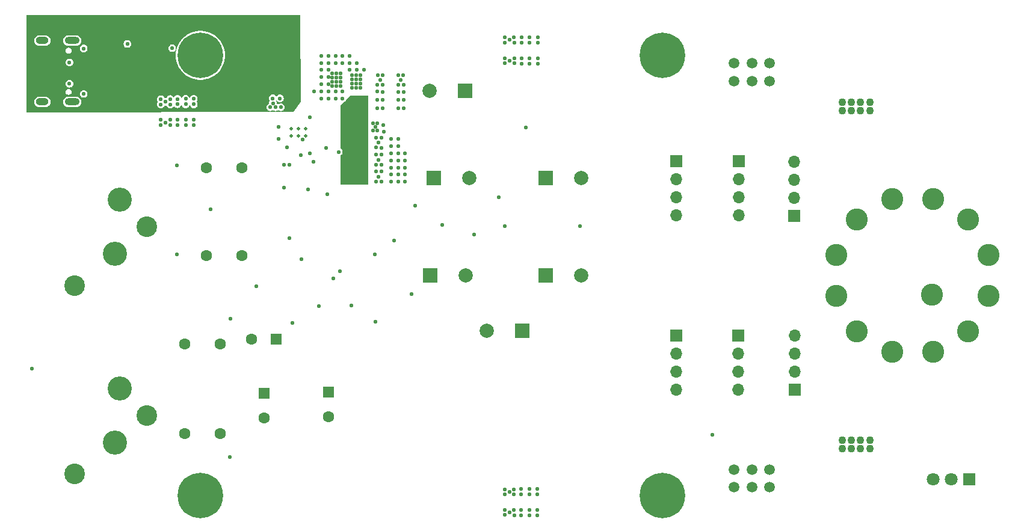
<source format=gbr>
%TF.GenerationSoftware,KiCad,Pcbnew,8.0.1*%
%TF.CreationDate,2024-11-27T15:43:16-06:00*%
%TF.ProjectId,XAmplifier,58416d70-6c69-4666-9965-722e6b696361,rev?*%
%TF.SameCoordinates,Original*%
%TF.FileFunction,Copper,L3,Inr*%
%TF.FilePolarity,Positive*%
%FSLAX46Y46*%
G04 Gerber Fmt 4.6, Leading zero omitted, Abs format (unit mm)*
G04 Created by KiCad (PCBNEW 8.0.1) date 2024-11-27 15:43:16*
%MOMM*%
%LPD*%
G01*
G04 APERTURE LIST*
%TA.AperFunction,ComponentPad*%
%ADD10C,2.000000*%
%TD*%
%TA.AperFunction,ComponentPad*%
%ADD11R,2.000000X2.000000*%
%TD*%
%TA.AperFunction,ComponentPad*%
%ADD12C,1.600000*%
%TD*%
%TA.AperFunction,ComponentPad*%
%ADD13R,1.600000X1.600000*%
%TD*%
%TA.AperFunction,ComponentPad*%
%ADD14C,1.498600*%
%TD*%
%TA.AperFunction,ComponentPad*%
%ADD15C,6.400000*%
%TD*%
%TA.AperFunction,ComponentPad*%
%ADD16C,1.800000*%
%TD*%
%TA.AperFunction,ComponentPad*%
%ADD17R,1.800000X1.800000*%
%TD*%
%TA.AperFunction,ComponentPad*%
%ADD18C,3.098800*%
%TD*%
%TA.AperFunction,ComponentPad*%
%ADD19O,1.800000X1.000000*%
%TD*%
%TA.AperFunction,ComponentPad*%
%ADD20O,2.100000X1.000000*%
%TD*%
%TA.AperFunction,ComponentPad*%
%ADD21C,2.900000*%
%TD*%
%TA.AperFunction,ComponentPad*%
%ADD22C,3.400000*%
%TD*%
%TA.AperFunction,HeatsinkPad*%
%ADD23C,0.500000*%
%TD*%
%TA.AperFunction,ComponentPad*%
%ADD24R,1.700000X1.700000*%
%TD*%
%TA.AperFunction,ComponentPad*%
%ADD25O,1.700000X1.700000*%
%TD*%
%TA.AperFunction,ViaPad*%
%ADD26C,0.564200*%
%TD*%
%TA.AperFunction,ViaPad*%
%ADD27C,1.100000*%
%TD*%
G04 APERTURE END LIST*
D10*
%TO.N,Net-(D413-A)*%
%TO.C,C412*%
X140000000Y-108000000D03*
D11*
%TO.N,/Amplifier/RG1*%
X145000000Y-108000000D03*
%TD*%
%TO.N,/Phantom Power Management/+48V_FLT*%
%TO.C,C401*%
X132502323Y-86500000D03*
D10*
%TO.N,/Phantom Power Management/+48V_FLT_N*%
X137502323Y-86500000D03*
%TD*%
%TO.N,GND*%
%TO.C,C403*%
X131897677Y-74190000D03*
D11*
%TO.N,/Phantom Power Management/+48V_PH_SW*%
X136897677Y-74190000D03*
%TD*%
%TO.N,/Phantom Power Management/+35V_AMP_G*%
%TO.C,C406*%
X148252323Y-100210000D03*
D10*
%TO.N,GND*%
X153252323Y-100210000D03*
%TD*%
D12*
%TO.N,/Amplifier/AMP_OUT_FLT-*%
%TO.C,C414*%
X108680000Y-120250000D03*
D13*
%TO.N,/Amplifier/AMP_OUT-*%
X108680000Y-116750000D03*
%TD*%
D14*
%TO.N,/Input Gating/+48V_PH*%
%TO.C,SW400*%
X174802509Y-127548923D03*
%TO.N,/Phantom Power Management/+48V_PH_SW*%
X177291709Y-127548923D03*
%TO.N,Net-(SW400B-A)*%
X179780909Y-127548923D03*
%TO.N,/Phantom Power Management/+48V_PH_SW_R*%
X174802509Y-130038123D03*
%TO.N,/Phantom Power Management/+48V_PH_R*%
X177291709Y-130038123D03*
%TO.N,unconnected-(SW400A-A-Pad1)*%
X179780909Y-130038123D03*
%TD*%
D12*
%TO.N,/Hardware & IO Connectors/XLR In+*%
%TO.C,C407*%
X100500000Y-85000000D03*
%TO.N,/Input Gating/In+_R*%
X105500000Y-85000000D03*
%TD*%
D15*
%TO.N,Earth*%
%TO.C,MH402*%
X99680000Y-131200000D03*
%TD*%
%TO.N,Earth*%
%TO.C,MH400*%
X99680000Y-69200000D03*
%TD*%
D16*
%TO.N,/Phantom Power Management/PH_LED_GR_R*%
%TO.C,D404*%
X202800000Y-128860000D03*
%TO.N,/Phantom Power Management/GND_R*%
X205340000Y-128860000D03*
D17*
%TO.N,/Phantom Power Management/PH_LED_RED_R*%
X207880000Y-128860000D03*
%TD*%
D18*
%TO.N,/Amplifier/RG2_R*%
%TO.C,SW403*%
X202605418Y-102909437D03*
%TO.N,Net-(R421-Pad1)*%
X210603878Y-97308737D03*
%TO.N,Net-(R420-Pad1)*%
X207731138Y-92332877D03*
%TO.N,Net-(R419-Pad1)*%
X202755278Y-89460137D03*
%TO.N,Net-(R418-Pad1)*%
X197004718Y-89460137D03*
%TO.N,Net-(R417-Pad1)*%
X192028858Y-92332877D03*
%TO.N,Net-(R416-Pad1)*%
X189156118Y-97308737D03*
%TO.N,Net-(R415-Pad1)*%
X189156118Y-103059297D03*
%TO.N,Net-(R414-Pad1)*%
X192028858Y-108035157D03*
%TO.N,Net-(R413-Pad1)*%
X197004718Y-110907897D03*
%TO.N,Net-(R412-Pad1)*%
X202755278Y-110907897D03*
%TO.N,Net-(R411-Pad1)*%
X207731138Y-108035157D03*
%TO.N,Net-(R411-Pad2)*%
X210603878Y-103059297D03*
%TD*%
D10*
%TO.N,GND*%
%TO.C,C402*%
X153252323Y-86500000D03*
D11*
%TO.N,/Phantom Power Management/+48V_PH_G*%
X148252323Y-86500000D03*
%TD*%
D12*
%TO.N,/Hardware & IO Connectors/XLR In-*%
%TO.C,C408*%
X100500000Y-97400000D03*
%TO.N,/Input Gating/In-_R*%
X105500000Y-97400000D03*
%TD*%
%TO.N,/Amplifier/AMP_OUT_FLT+*%
%TO.C,C413*%
X117680000Y-120097349D03*
D13*
%TO.N,/Amplifier/AMP_OUT+*%
X117680000Y-116597349D03*
%TD*%
D12*
%TO.N,/Amplifier/Line Out+*%
%TO.C,C416*%
X97460000Y-109830000D03*
%TO.N,GND*%
X102460000Y-109830000D03*
%TD*%
D19*
%TO.N,Earth*%
%TO.C,J409*%
X77435000Y-75770000D03*
D20*
X81635000Y-75770000D03*
D19*
X77435000Y-67130000D03*
D20*
X81635000Y-67130000D03*
%TD*%
D14*
%TO.N,unconnected-(SW404A-A-Pad1)*%
%TO.C,SW404*%
X179768785Y-72839200D03*
%TO.N,GND1*%
X177279585Y-72839200D03*
%TO.N,/Hardware & IO Connectors/USB_CC_SW*%
X174790385Y-72839200D03*
%TO.N,/Hardware & IO Connectors/USB_PWR*%
X179768785Y-70350000D03*
%TO.N,/Hardware & IO Connectors/USB_SW*%
X177279585Y-70350000D03*
%TO.N,GND1*%
X174790385Y-70350000D03*
%TD*%
D15*
%TO.N,Earth*%
%TO.C,MH401*%
X164680000Y-69200000D03*
%TD*%
D21*
%TO.N,Earth*%
%TO.C,J406*%
X81960000Y-128140000D03*
%TO.N,/Amplifier/Line Out-*%
X92130000Y-119890000D03*
D22*
%TO.N,/Amplifier/Line Out+*%
X88315000Y-116080000D03*
%TO.N,GND*%
X87680000Y-123700000D03*
%TD*%
D15*
%TO.N,Earth*%
%TO.C,MH403*%
X164680000Y-131200000D03*
%TD*%
D12*
%TO.N,/Amplifier/Line Out-*%
%TO.C,C415*%
X97485000Y-122430000D03*
%TO.N,GND*%
X102485000Y-122430000D03*
%TD*%
D23*
%TO.N,GND1*%
%TO.C,U401*%
X114481101Y-79512999D03*
X113481101Y-79512999D03*
X112481101Y-79512999D03*
X114481101Y-80512999D03*
X113481101Y-80512999D03*
X112481101Y-80512999D03*
%TD*%
D21*
%TO.N,Earth*%
%TO.C,J407*%
X81960000Y-101600000D03*
%TO.N,/Hardware & IO Connectors/XLR In-*%
X92130000Y-93350000D03*
D22*
%TO.N,/Hardware & IO Connectors/XLR In+*%
X88315000Y-89540000D03*
%TO.N,GND*%
X87680000Y-97160000D03*
%TD*%
D11*
%TO.N,/Amplifier/+35V_AMP*%
%TO.C,C404*%
X132000000Y-100210000D03*
D10*
%TO.N,GND*%
X137000000Y-100210000D03*
%TD*%
D12*
%TO.N,GND*%
%TO.C,C417*%
X106832651Y-109160000D03*
D13*
%TO.N,/Amplifier/AMP_OUT-*%
X110332651Y-109160000D03*
%TD*%
D24*
%TO.N,/Amplifier/RG2*%
%TO.C,J405*%
X175477804Y-84101463D03*
D25*
X175477804Y-86641463D03*
%TO.N,/Amplifier/RG1*%
X175477804Y-89181463D03*
X175477804Y-91721463D03*
%TD*%
%TO.N,/Amplifier/RG1*%
%TO.C,J403*%
X166680000Y-91720000D03*
X166680000Y-89180000D03*
%TO.N,/Amplifier/RG2*%
X166680000Y-86640000D03*
D24*
X166680000Y-84100000D03*
%TD*%
%TO.N,/Phantom Power Management/PH_LED_GR*%
%TO.C,J401*%
X175380000Y-108700000D03*
D25*
%TO.N,GND*%
X175380000Y-111240000D03*
X175380000Y-113780000D03*
%TO.N,/Phantom Power Management/PH_LED_RED*%
X175380000Y-116320000D03*
%TD*%
D24*
%TO.N,/Phantom Power Management/PH_LED_GR*%
%TO.C,J400*%
X166680000Y-108700000D03*
D25*
%TO.N,GND*%
X166680000Y-111240000D03*
X166680000Y-113780000D03*
%TO.N,/Phantom Power Management/PH_LED_RED*%
X166680000Y-116320000D03*
%TD*%
%TO.N,/Amplifier/RG2_R*%
%TO.C,J404*%
X183280000Y-108680000D03*
X183280000Y-111220000D03*
%TO.N,/Amplifier/RG1_R*%
X183280000Y-113760000D03*
D24*
X183280000Y-116300000D03*
%TD*%
D25*
%TO.N,/Phantom Power Management/PH_LED_RED_R*%
%TO.C,J402*%
X183278435Y-84220112D03*
%TO.N,/Phantom Power Management/GND_R*%
X183278435Y-86760112D03*
X183278435Y-89300112D03*
D24*
%TO.N,/Phantom Power Management/PH_LED_GR_R*%
X183278435Y-91840112D03*
%TD*%
D26*
%TO.N,/48V Regulator/+48V_SW*%
X119680000Y-75268000D03*
X118680000Y-75268000D03*
X119680000Y-74268000D03*
X118680000Y-74268000D03*
X117680000Y-71268000D03*
X117680000Y-72268000D03*
X117680000Y-73268000D03*
X117680000Y-74268000D03*
X117680000Y-75268000D03*
X116680000Y-75268000D03*
X116680000Y-74268000D03*
X116680000Y-73268000D03*
X116680000Y-72268000D03*
X116680000Y-71268000D03*
X119680000Y-70268000D03*
X118680000Y-70268000D03*
X117680000Y-70268000D03*
X116680000Y-70268000D03*
X116680000Y-69268000D03*
X117680000Y-69268000D03*
X118680000Y-69268000D03*
X119680000Y-69268000D03*
X120680000Y-69268000D03*
X120680000Y-70268000D03*
X121680000Y-70268000D03*
X121680000Y-71268000D03*
X120680000Y-71268000D03*
X122680000Y-71268000D03*
X119430000Y-71718000D03*
X119430000Y-72918000D03*
X118230000Y-72318000D03*
X118830000Y-72318000D03*
X118230000Y-71718000D03*
X118230000Y-72918000D03*
X118830000Y-71718000D03*
X118830000Y-72918000D03*
X118230000Y-73518000D03*
X118830000Y-73518000D03*
X119430000Y-72318000D03*
X119430000Y-73518000D03*
X122180000Y-71968000D03*
X122180000Y-73168000D03*
X120980000Y-72568000D03*
X121580000Y-72568000D03*
X120980000Y-71968000D03*
X120980000Y-73168000D03*
X121580000Y-71968000D03*
X121580000Y-73168000D03*
X120980000Y-73768000D03*
X121580000Y-73768000D03*
X122180000Y-72568000D03*
X122180000Y-73768000D03*
%TO.N,+48V*%
X122180000Y-75968000D03*
X122180000Y-77168000D03*
X120980000Y-76568000D03*
X121580000Y-76568000D03*
X120980000Y-75968000D03*
X120980000Y-77168000D03*
X121580000Y-75968000D03*
X121580000Y-77168000D03*
X120980000Y-77768000D03*
X121580000Y-77768000D03*
X122180000Y-76568000D03*
X122180000Y-77768000D03*
%TO.N,GND1*%
X109880000Y-75950000D03*
X110870000Y-75270000D03*
X109860000Y-75274274D03*
%TO.N,+5V_USB*%
X110500000Y-71500000D03*
X109500000Y-71500000D03*
X111500000Y-71500000D03*
X111000000Y-72200000D03*
X110000000Y-72200000D03*
%TO.N,GND1*%
X112200000Y-94950000D03*
%TO.N,/Hardware & IO Connectors/USB_CC_R*%
X111400000Y-87800000D03*
%TO.N,GND1*%
X119150000Y-82800000D03*
X115680000Y-74268000D03*
%TO.N,/48V Regulator/+48V_SNS*%
X115100000Y-77950000D03*
%TO.N,/48V Regulator/+48V_G_R*%
X117368500Y-82206500D03*
D27*
%TO.N,*%
X193880000Y-76984000D03*
X192580000Y-123384000D03*
X189980000Y-123384000D03*
X191280000Y-123384000D03*
X191280000Y-124584000D03*
X193880000Y-75784000D03*
X192580000Y-75784000D03*
X189980000Y-124584000D03*
X192580000Y-124584000D03*
X192580000Y-76984000D03*
X193880000Y-124584000D03*
X189980000Y-76984000D03*
X189980000Y-75784000D03*
X191280000Y-75784000D03*
X191280000Y-76984000D03*
X193880000Y-123384000D03*
D26*
%TO.N,GND*%
X107550000Y-101700000D03*
X145988293Y-130250051D03*
X147145636Y-69603099D03*
X143841974Y-70318078D03*
X112614167Y-106867295D03*
X143167826Y-130674749D03*
X127871604Y-72680000D03*
X127528775Y-76636408D03*
X147119117Y-130255168D03*
X128250251Y-73319606D03*
X145988293Y-131017578D03*
X143817666Y-131032929D03*
X101092314Y-90894703D03*
X103870624Y-106316043D03*
X142501359Y-69591485D03*
X117564006Y-88801930D03*
X128296302Y-75500467D03*
X153130000Y-93240000D03*
X143176783Y-69959899D03*
X146014812Y-70365509D03*
X126895000Y-95275000D03*
X124200000Y-97275000D03*
X142491126Y-70302727D03*
X144858404Y-69618449D03*
X133687274Y-93073473D03*
X127513424Y-71989226D03*
X128240017Y-71989226D03*
X128291185Y-76631291D03*
X127539008Y-74338942D03*
X116350000Y-104550000D03*
X127513424Y-73329840D03*
X142477052Y-130306336D03*
X144826768Y-131007345D03*
X127528775Y-75500467D03*
X143807432Y-130296102D03*
X103800000Y-125800000D03*
X142477052Y-131032929D03*
X144831885Y-130270518D03*
X144853287Y-70355276D03*
X128275835Y-74344059D03*
X147150753Y-70365509D03*
X118379836Y-100645918D03*
X147124234Y-131017578D03*
X143831740Y-69591485D03*
X129886646Y-90401865D03*
X146014812Y-69597982D03*
%TO.N,+48V*%
X122600000Y-78800000D03*
X120000000Y-86500000D03*
X122200000Y-83200000D03*
X120972754Y-81519274D03*
X121400000Y-82200000D03*
X121000000Y-79500000D03*
X122200000Y-80800000D03*
X120000000Y-80500000D03*
X121795326Y-86272964D03*
X120972754Y-82744274D03*
X122600000Y-79800000D03*
X121790209Y-81519411D03*
X121400000Y-87000000D03*
X121000000Y-78500000D03*
X120000000Y-79500000D03*
X120000000Y-81500000D03*
X120000000Y-82500000D03*
X121000000Y-86500000D03*
X120972754Y-83894274D03*
X121400000Y-83200000D03*
X120000000Y-78500000D03*
X122200000Y-87000000D03*
X122200000Y-85600000D03*
X122307010Y-79308932D03*
X122000000Y-78800000D03*
X121779975Y-83939681D03*
X122000000Y-79800000D03*
X121000000Y-80500000D03*
X120000000Y-83500000D03*
X120000000Y-84500000D03*
X120000000Y-85500000D03*
X121400000Y-84600000D03*
X122200000Y-84600000D03*
X121000000Y-85500000D03*
X122200000Y-82200000D03*
%TO.N,/Phantom Power Management/+35V_AMP_G*%
X141690000Y-89160000D03*
X142542500Y-93250000D03*
%TO.N,/Phantom Power Management/+48V_PH_SW*%
X145517500Y-79382500D03*
X114850000Y-88100000D03*
%TO.N,+5V_USB*%
X109800000Y-73000000D03*
X90562371Y-71849283D03*
X112500000Y-69500000D03*
X90943271Y-72569298D03*
X109800000Y-73600000D03*
X90255000Y-72545000D03*
X112475060Y-72394076D03*
X112500000Y-70500000D03*
X113000000Y-72000000D03*
X110500000Y-69500000D03*
X112000000Y-73600000D03*
X113000000Y-76500000D03*
X110500000Y-70500000D03*
X112000000Y-74500000D03*
X112000000Y-72000000D03*
X112493695Y-73186075D03*
X109500000Y-69500000D03*
X111500000Y-69500000D03*
X111500000Y-70500000D03*
X113000000Y-72800000D03*
X109860000Y-74314274D03*
X91250000Y-73250000D03*
X110883460Y-74315084D03*
X91388534Y-71836860D03*
X91647250Y-72569677D03*
X110800000Y-73000000D03*
X113000000Y-74500000D03*
X112000000Y-76500000D03*
X112500000Y-71500000D03*
X113000000Y-73600000D03*
X110800000Y-73600000D03*
X112000000Y-72800000D03*
X109500000Y-70500000D03*
X112000000Y-75500000D03*
X113000000Y-75500000D03*
X90500000Y-73250000D03*
%TO.N,/48V Regulator/+48V_VCC*%
X110697754Y-79284274D03*
%TO.N,/48V Regulator/+48V_ITH*%
X111856101Y-82162999D03*
%TO.N,/Input Gating/+48V_PH*%
X96400000Y-84737500D03*
X113900000Y-97870000D03*
X96400000Y-97262500D03*
X171750000Y-122600000D03*
%TO.N,/Amplifier/+35V_AMP*%
X119289688Y-99600000D03*
X120930000Y-104400000D03*
%TO.N,/Amplifier/RG2*%
X129400000Y-102800000D03*
X138200000Y-94450000D03*
X124295000Y-106725000D03*
%TO.N,/Hardware & IO Connectors/USB_CC1*%
X81250000Y-70200000D03*
%TO.N,/Hardware & IO Connectors/USB_CC2*%
X81250000Y-73200000D03*
%TO.N,/48V Regulator/+48V_SS*%
X113800000Y-83300000D03*
%TO.N,GND1*%
X94098993Y-76116576D03*
X124365067Y-82203985D03*
X126500000Y-85000000D03*
X83250000Y-68250000D03*
X98741058Y-75338815D03*
X125323413Y-71999459D03*
X109500000Y-76500000D03*
X124365067Y-86967772D03*
X111000000Y-76500000D03*
X126500000Y-87000000D03*
X125127478Y-86962655D03*
X94098993Y-75389983D03*
X125323413Y-73329840D03*
X126500000Y-82000000D03*
X124292348Y-79303815D03*
X128500000Y-87000000D03*
X110250000Y-76500000D03*
X124954999Y-72674883D03*
X124769298Y-81513211D03*
X127500000Y-83000000D03*
X124576353Y-76626174D03*
X124753948Y-83902779D03*
X98746175Y-76101225D03*
X124375301Y-84588437D03*
X112200000Y-84600000D03*
X95429373Y-75379749D03*
X124596820Y-73340074D03*
X125132595Y-83206888D03*
X95439607Y-76116576D03*
X128500000Y-83000000D03*
X128500000Y-84000000D03*
X96448709Y-76090992D03*
X128500000Y-85000000D03*
X96453826Y-75354165D03*
X126500000Y-81000000D03*
X124375301Y-83196654D03*
X126500000Y-86000000D03*
X128500000Y-86000000D03*
X124000000Y-78800000D03*
X95695000Y-68195000D03*
X124370184Y-80822436D03*
X114103965Y-81096283D03*
X124000000Y-79800000D03*
X124738597Y-86282114D03*
X125323413Y-74333825D03*
X125122361Y-84588437D03*
X97610234Y-76101225D03*
X124612171Y-71989226D03*
X127500000Y-86000000D03*
X124576353Y-75490233D03*
X115600000Y-84200000D03*
X94789767Y-75758396D03*
X83248892Y-74631436D03*
X97610234Y-75333698D03*
X125425000Y-79000000D03*
X124370184Y-85570872D03*
X127500000Y-81000000D03*
X125343880Y-75490233D03*
X124586586Y-74328708D03*
X89400000Y-67600000D03*
X125500000Y-80000000D03*
X127500000Y-84000000D03*
X126500000Y-84000000D03*
X126500000Y-83000000D03*
X124600000Y-79800000D03*
X127500000Y-85000000D03*
X125122361Y-85565755D03*
X115100000Y-83050000D03*
X127500000Y-82000000D03*
X111400000Y-84600000D03*
X124600000Y-78800000D03*
X125338763Y-76621057D03*
X127500000Y-87000000D03*
X125132595Y-80827553D03*
X125127478Y-82214219D03*
X110682402Y-80972978D03*
%TO.N,Earth*%
X147114000Y-133970000D03*
X94784650Y-78675001D03*
X97600000Y-79053647D03*
X75973338Y-113319234D03*
X143821506Y-66664647D03*
X146025046Y-67413087D03*
X98730824Y-78291237D03*
X96443592Y-78306587D03*
X96438475Y-79043414D03*
X95449841Y-79033180D03*
X98735941Y-79053647D03*
X142491126Y-66674881D03*
X146025046Y-66645560D03*
X94109226Y-78306587D03*
X147155870Y-66650677D03*
X143162709Y-133591354D03*
X143827900Y-133949533D03*
X95439607Y-78306587D03*
X147108883Y-133207590D03*
X145978059Y-133970000D03*
X143181900Y-67043294D03*
X144863521Y-67402854D03*
X94098993Y-79017829D03*
X144868638Y-66666027D03*
X142487285Y-133222940D03*
X144821651Y-133222940D03*
X142491126Y-67401474D03*
X142477052Y-133934182D03*
X145978059Y-133202473D03*
X144816534Y-133959767D03*
X97600000Y-78286120D03*
X147160987Y-67413087D03*
X143817666Y-133222940D03*
X143831740Y-67401474D03*
%TD*%
%TA.AperFunction,Conductor*%
%TO.N,+48V*%
G36*
X123254302Y-74912726D02*
G01*
X123272754Y-74957274D01*
X123272754Y-87381274D01*
X123254302Y-87425822D01*
X123209754Y-87444274D01*
X119460754Y-87444274D01*
X119416206Y-87425822D01*
X119397754Y-87381274D01*
X119397754Y-83317328D01*
X119416206Y-83272780D01*
X119422394Y-83267353D01*
X119532707Y-83182707D01*
X119618719Y-83070615D01*
X119648875Y-82997810D01*
X119672787Y-82940085D01*
X119672787Y-82940083D01*
X119672788Y-82940081D01*
X119691230Y-82800000D01*
X119672788Y-82659919D01*
X119672787Y-82659916D01*
X119672787Y-82659914D01*
X119618719Y-82529386D01*
X119618718Y-82529384D01*
X119532709Y-82417296D01*
X119532707Y-82417293D01*
X119463657Y-82364308D01*
X119422401Y-82332651D01*
X119398293Y-82290892D01*
X119397754Y-82282670D01*
X119397754Y-76270369D01*
X119416205Y-76225822D01*
X119864416Y-75777611D01*
X119884844Y-75763962D01*
X119950615Y-75736719D01*
X120062707Y-75650707D01*
X120148719Y-75538615D01*
X120175962Y-75472844D01*
X120189611Y-75452416D01*
X120729302Y-74912726D01*
X120773850Y-74894274D01*
X123209754Y-74894274D01*
X123254302Y-74912726D01*
G37*
%TD.AperFunction*%
%TD*%
%TA.AperFunction,Conductor*%
%TO.N,+5V_USB*%
G36*
X113674343Y-63516807D02*
G01*
X113692649Y-63560452D01*
X113799827Y-75709908D01*
X113789012Y-75745604D01*
X112818592Y-77172658D01*
X112778603Y-77198909D01*
X112766934Y-77200013D01*
X75253439Y-77214976D01*
X75209237Y-77196688D01*
X75190914Y-77152502D01*
X75191636Y-75844312D01*
X76280500Y-75844312D01*
X76309494Y-75990078D01*
X76366371Y-76127390D01*
X76366372Y-76127393D01*
X76448940Y-76250965D01*
X76554034Y-76356059D01*
X76677606Y-76438627D01*
X76677608Y-76438627D01*
X76677610Y-76438629D01*
X76814920Y-76495505D01*
X76960688Y-76524500D01*
X77909312Y-76524500D01*
X78055080Y-76495505D01*
X78192390Y-76438629D01*
X78315966Y-76356059D01*
X78421059Y-76250966D01*
X78503629Y-76127390D01*
X78560505Y-75990080D01*
X78589500Y-75844312D01*
X80330500Y-75844312D01*
X80359494Y-75990078D01*
X80416371Y-76127390D01*
X80416372Y-76127393D01*
X80498940Y-76250965D01*
X80604034Y-76356059D01*
X80727606Y-76438627D01*
X80727608Y-76438627D01*
X80727610Y-76438629D01*
X80864920Y-76495505D01*
X81010688Y-76524500D01*
X82259312Y-76524500D01*
X82405080Y-76495505D01*
X82542390Y-76438629D01*
X82665966Y-76356059D01*
X82771059Y-76250966D01*
X82853629Y-76127390D01*
X82858108Y-76116577D01*
X93557763Y-76116577D01*
X93576203Y-76256650D01*
X93576206Y-76256660D01*
X93623914Y-76371838D01*
X93630274Y-76387191D01*
X93716286Y-76499283D01*
X93828378Y-76585295D01*
X93958912Y-76639364D01*
X93958916Y-76639364D01*
X93958918Y-76639365D01*
X94098991Y-76657806D01*
X94098993Y-76657806D01*
X94098995Y-76657806D01*
X94239067Y-76639365D01*
X94239067Y-76639364D01*
X94239074Y-76639364D01*
X94369608Y-76585295D01*
X94481700Y-76499283D01*
X94567712Y-76387191D01*
X94595236Y-76320739D01*
X94629061Y-76286915D01*
X94661137Y-76282692D01*
X94789765Y-76299626D01*
X94789767Y-76299626D01*
X94789768Y-76299626D01*
X94799657Y-76298323D01*
X94879579Y-76287801D01*
X94925783Y-76300181D01*
X94945478Y-76325848D01*
X94970885Y-76387186D01*
X94970886Y-76387187D01*
X94970888Y-76387191D01*
X95056900Y-76499283D01*
X95168992Y-76585295D01*
X95299526Y-76639364D01*
X95299530Y-76639364D01*
X95299532Y-76639365D01*
X95439605Y-76657806D01*
X95439607Y-76657806D01*
X95439609Y-76657806D01*
X95579681Y-76639365D01*
X95579681Y-76639364D01*
X95579688Y-76639364D01*
X95710222Y-76585295D01*
X95822314Y-76499283D01*
X95904389Y-76392321D01*
X95945815Y-76368404D01*
X95992020Y-76380784D01*
X96003557Y-76392321D01*
X96065999Y-76473696D01*
X96066000Y-76473697D01*
X96066002Y-76473699D01*
X96178094Y-76559711D01*
X96308628Y-76613780D01*
X96308632Y-76613780D01*
X96308634Y-76613781D01*
X96448707Y-76632222D01*
X96448709Y-76632222D01*
X96448711Y-76632222D01*
X96588783Y-76613781D01*
X96588783Y-76613780D01*
X96588790Y-76613780D01*
X96719324Y-76559711D01*
X96831416Y-76473699D01*
X96917428Y-76361607D01*
X96969778Y-76235221D01*
X97003602Y-76201399D01*
X97051438Y-76201398D01*
X97085262Y-76235223D01*
X97086790Y-76239723D01*
X97140091Y-76368404D01*
X97141515Y-76371840D01*
X97227527Y-76483932D01*
X97339619Y-76569944D01*
X97470153Y-76624013D01*
X97470157Y-76624013D01*
X97470159Y-76624014D01*
X97610232Y-76642455D01*
X97610234Y-76642455D01*
X97610236Y-76642455D01*
X97750308Y-76624014D01*
X97750308Y-76624013D01*
X97750315Y-76624013D01*
X97880849Y-76569944D01*
X97992941Y-76483932D01*
X98078953Y-76371840D01*
X98120463Y-76271625D01*
X98154286Y-76237803D01*
X98202121Y-76237802D01*
X98235946Y-76271627D01*
X98277454Y-76371836D01*
X98277456Y-76371840D01*
X98363468Y-76483932D01*
X98475560Y-76569944D01*
X98606094Y-76624013D01*
X98606098Y-76624013D01*
X98606100Y-76624014D01*
X98746173Y-76642455D01*
X98746175Y-76642455D01*
X98746177Y-76642455D01*
X98886249Y-76624014D01*
X98886249Y-76624013D01*
X98886256Y-76624013D01*
X99016790Y-76569944D01*
X99107941Y-76500001D01*
X108958770Y-76500001D01*
X108977210Y-76640074D01*
X108977211Y-76640080D01*
X108977212Y-76640081D01*
X109031281Y-76770615D01*
X109117293Y-76882707D01*
X109229385Y-76968719D01*
X109359919Y-77022788D01*
X109359923Y-77022788D01*
X109359925Y-77022789D01*
X109499998Y-77041230D01*
X109500000Y-77041230D01*
X109500002Y-77041230D01*
X109640074Y-77022789D01*
X109640074Y-77022788D01*
X109640081Y-77022788D01*
X109770615Y-76968719D01*
X109836953Y-76917814D01*
X109883157Y-76905434D01*
X109913045Y-76917814D01*
X109979385Y-76968719D01*
X110109919Y-77022788D01*
X110109923Y-77022788D01*
X110109925Y-77022789D01*
X110249998Y-77041230D01*
X110250000Y-77041230D01*
X110250002Y-77041230D01*
X110390074Y-77022789D01*
X110390074Y-77022788D01*
X110390081Y-77022788D01*
X110520615Y-76968719D01*
X110586953Y-76917814D01*
X110633157Y-76905434D01*
X110663045Y-76917814D01*
X110729385Y-76968719D01*
X110859919Y-77022788D01*
X110859923Y-77022788D01*
X110859925Y-77022789D01*
X110999998Y-77041230D01*
X111000000Y-77041230D01*
X111000002Y-77041230D01*
X111140074Y-77022789D01*
X111140074Y-77022788D01*
X111140081Y-77022788D01*
X111270615Y-76968719D01*
X111382707Y-76882707D01*
X111468719Y-76770615D01*
X111522788Y-76640081D01*
X111524904Y-76624011D01*
X111541230Y-76500001D01*
X111541230Y-76499998D01*
X111522789Y-76359925D01*
X111522788Y-76359923D01*
X111522788Y-76359919D01*
X111468719Y-76229385D01*
X111382707Y-76117293D01*
X111270615Y-76031281D01*
X111270611Y-76031279D01*
X111140084Y-75977213D01*
X111140074Y-75977210D01*
X111000002Y-75958770D01*
X110999998Y-75958770D01*
X110859925Y-75977210D01*
X110859915Y-75977213D01*
X110729388Y-76031279D01*
X110729385Y-76031280D01*
X110729385Y-76031281D01*
X110663047Y-76082184D01*
X110616842Y-76094564D01*
X110586953Y-76082184D01*
X110520615Y-76031281D01*
X110520612Y-76031280D01*
X110520610Y-76031278D01*
X110459812Y-76006094D01*
X110425987Y-75972269D01*
X110422350Y-75953984D01*
X110421765Y-75954062D01*
X110402789Y-75809925D01*
X110402788Y-75809923D01*
X110402788Y-75809919D01*
X110348719Y-75679385D01*
X110328248Y-75652707D01*
X110316312Y-75637151D01*
X110303932Y-75590946D01*
X110316291Y-75561083D01*
X110317038Y-75560111D01*
X110358450Y-75536175D01*
X110404662Y-75548532D01*
X110416220Y-75560084D01*
X110487293Y-75652707D01*
X110599385Y-75738719D01*
X110729919Y-75792788D01*
X110729923Y-75792788D01*
X110729925Y-75792789D01*
X110869998Y-75811230D01*
X110870000Y-75811230D01*
X110870002Y-75811230D01*
X111010074Y-75792789D01*
X111010074Y-75792788D01*
X111010081Y-75792788D01*
X111140615Y-75738719D01*
X111252707Y-75652707D01*
X111338719Y-75540615D01*
X111392788Y-75410081D01*
X111395434Y-75389981D01*
X111411230Y-75270001D01*
X111411230Y-75269998D01*
X111392789Y-75129925D01*
X111392788Y-75129923D01*
X111392788Y-75129919D01*
X111338719Y-74999385D01*
X111252707Y-74887293D01*
X111140615Y-74801281D01*
X111140611Y-74801279D01*
X111010084Y-74747213D01*
X111010074Y-74747210D01*
X110870002Y-74728770D01*
X110869998Y-74728770D01*
X110729925Y-74747210D01*
X110729915Y-74747213D01*
X110599388Y-74801279D01*
X110599385Y-74801280D01*
X110599385Y-74801281D01*
X110560162Y-74831378D01*
X110487290Y-74887295D01*
X110412944Y-74984184D01*
X110371517Y-75008101D01*
X110325312Y-74995720D01*
X110313776Y-74984184D01*
X110242709Y-74891569D01*
X110242707Y-74891568D01*
X110242707Y-74891567D01*
X110130615Y-74805555D01*
X110130611Y-74805553D01*
X110000084Y-74751487D01*
X110000074Y-74751484D01*
X109860002Y-74733044D01*
X109859998Y-74733044D01*
X109719925Y-74751484D01*
X109719915Y-74751487D01*
X109589388Y-74805553D01*
X109589385Y-74805554D01*
X109589385Y-74805555D01*
X109477293Y-74891567D01*
X109394559Y-74999388D01*
X109391279Y-75003662D01*
X109337213Y-75134189D01*
X109337210Y-75134199D01*
X109318770Y-75274272D01*
X109318770Y-75274275D01*
X109337210Y-75414348D01*
X109337213Y-75414358D01*
X109391279Y-75544886D01*
X109391281Y-75544889D01*
X109423687Y-75587122D01*
X109436067Y-75633327D01*
X109423689Y-75663214D01*
X109411279Y-75679388D01*
X109357213Y-75809915D01*
X109357210Y-75809926D01*
X109338470Y-75952271D01*
X109314552Y-75993698D01*
X109300423Y-76001855D01*
X109229389Y-76031278D01*
X109229385Y-76031280D01*
X109229385Y-76031281D01*
X109117293Y-76117293D01*
X109052757Y-76201398D01*
X109031279Y-76229388D01*
X108977213Y-76359915D01*
X108977210Y-76359925D01*
X108958770Y-76499998D01*
X108958770Y-76500001D01*
X99107941Y-76500001D01*
X99128882Y-76483932D01*
X99214894Y-76371840D01*
X99268963Y-76241306D01*
X99270532Y-76229388D01*
X99287405Y-76101226D01*
X99287405Y-76101223D01*
X99268964Y-75961150D01*
X99268963Y-75961148D01*
X99268963Y-75961144D01*
X99232917Y-75874121D01*
X99214895Y-75830612D01*
X99214893Y-75830608D01*
X99156671Y-75754733D01*
X99144290Y-75708527D01*
X99156670Y-75678638D01*
X99209777Y-75609430D01*
X99263846Y-75478896D01*
X99272907Y-75410074D01*
X99282288Y-75338816D01*
X99282288Y-75338813D01*
X99263847Y-75198740D01*
X99263846Y-75198738D01*
X99263846Y-75198734D01*
X99209777Y-75068200D01*
X99123765Y-74956108D01*
X99011673Y-74870096D01*
X99011669Y-74870094D01*
X98881142Y-74816028D01*
X98881132Y-74816025D01*
X98741060Y-74797585D01*
X98741056Y-74797585D01*
X98600983Y-74816025D01*
X98600973Y-74816028D01*
X98470446Y-74870094D01*
X98470443Y-74870095D01*
X98470443Y-74870096D01*
X98358351Y-74956108D01*
X98276266Y-75063083D01*
X98272337Y-75068203D01*
X98234447Y-75159676D01*
X98200622Y-75193501D01*
X98152787Y-75193500D01*
X98118963Y-75159676D01*
X98078953Y-75063083D01*
X97992941Y-74950991D01*
X97880849Y-74864979D01*
X97880845Y-74864977D01*
X97750318Y-74810911D01*
X97750308Y-74810908D01*
X97610236Y-74792468D01*
X97610232Y-74792468D01*
X97470159Y-74810908D01*
X97470149Y-74810911D01*
X97339622Y-74864977D01*
X97339619Y-74864978D01*
X97339619Y-74864979D01*
X97279605Y-74911030D01*
X97227527Y-74950991D01*
X97141513Y-75063086D01*
X97085878Y-75197402D01*
X97083752Y-75196521D01*
X97059096Y-75228631D01*
X97011668Y-75234859D01*
X96973728Y-75205725D01*
X96970123Y-75198412D01*
X96923891Y-75086800D01*
X96922545Y-75083550D01*
X96836533Y-74971458D01*
X96724441Y-74885446D01*
X96724437Y-74885444D01*
X96593910Y-74831378D01*
X96593900Y-74831375D01*
X96453828Y-74812935D01*
X96453824Y-74812935D01*
X96313751Y-74831375D01*
X96313741Y-74831378D01*
X96183214Y-74885444D01*
X96183211Y-74885445D01*
X96183211Y-74885446D01*
X96071119Y-74971458D01*
X95985107Y-75083550D01*
X95985106Y-75083552D01*
X95982614Y-75086800D01*
X95981134Y-75085664D01*
X95948103Y-75110982D01*
X95900680Y-75104713D01*
X95882376Y-75088652D01*
X95812080Y-74997042D01*
X95699988Y-74911030D01*
X95699984Y-74911028D01*
X95569457Y-74856962D01*
X95569447Y-74856959D01*
X95429375Y-74838519D01*
X95429371Y-74838519D01*
X95289298Y-74856959D01*
X95289288Y-74856962D01*
X95158761Y-74911028D01*
X95158758Y-74911029D01*
X95158758Y-74911030D01*
X95046666Y-74997042D01*
X94980286Y-75083550D01*
X94960651Y-75109138D01*
X94927734Y-75188606D01*
X94893909Y-75222431D01*
X94861835Y-75226653D01*
X94789770Y-75217166D01*
X94789763Y-75217166D01*
X94665155Y-75233570D01*
X94618950Y-75221189D01*
X94599256Y-75195523D01*
X94567712Y-75119368D01*
X94481700Y-75007276D01*
X94369608Y-74921264D01*
X94369604Y-74921262D01*
X94239077Y-74867196D01*
X94239067Y-74867193D01*
X94098995Y-74848753D01*
X94098991Y-74848753D01*
X93958918Y-74867193D01*
X93958908Y-74867196D01*
X93828381Y-74921262D01*
X93828378Y-74921263D01*
X93828378Y-74921264D01*
X93716286Y-75007276D01*
X93641520Y-75104713D01*
X93630272Y-75119371D01*
X93576206Y-75249898D01*
X93576203Y-75249908D01*
X93557763Y-75389981D01*
X93557763Y-75389984D01*
X93576203Y-75530057D01*
X93576206Y-75530067D01*
X93630272Y-75660595D01*
X93630274Y-75660598D01*
X93672196Y-75715232D01*
X93684576Y-75761437D01*
X93672196Y-75791326D01*
X93630274Y-75845960D01*
X93630272Y-75845963D01*
X93576206Y-75976491D01*
X93576203Y-75976501D01*
X93557763Y-76116574D01*
X93557763Y-76116577D01*
X82858108Y-76116577D01*
X82910505Y-75990080D01*
X82939500Y-75844312D01*
X82939500Y-75695688D01*
X82910505Y-75549920D01*
X82853629Y-75412610D01*
X82853627Y-75412608D01*
X82853627Y-75412606D01*
X82771059Y-75289034D01*
X82665965Y-75183940D01*
X82542393Y-75101372D01*
X82542390Y-75101371D01*
X82405078Y-75044494D01*
X82259312Y-75015500D01*
X81010688Y-75015500D01*
X80864921Y-75044494D01*
X80727609Y-75101371D01*
X80727606Y-75101372D01*
X80604034Y-75183940D01*
X80498940Y-75289034D01*
X80416372Y-75412606D01*
X80416371Y-75412609D01*
X80359494Y-75549921D01*
X80330500Y-75695687D01*
X80330500Y-75844312D01*
X78589500Y-75844312D01*
X78589500Y-75695688D01*
X78560505Y-75549920D01*
X78503629Y-75412610D01*
X78503627Y-75412608D01*
X78503627Y-75412606D01*
X78421059Y-75289034D01*
X78315965Y-75183940D01*
X78192393Y-75101372D01*
X78192390Y-75101371D01*
X78055078Y-75044494D01*
X77909312Y-75015500D01*
X76960688Y-75015500D01*
X76814921Y-75044494D01*
X76677609Y-75101371D01*
X76677606Y-75101372D01*
X76554034Y-75183940D01*
X76448940Y-75289034D01*
X76366372Y-75412606D01*
X76366371Y-75412609D01*
X76309494Y-75549921D01*
X76280500Y-75695687D01*
X76280500Y-75844312D01*
X75191636Y-75844312D01*
X75192436Y-74396016D01*
X80689500Y-74396016D01*
X80689501Y-74396024D01*
X80718495Y-74504233D01*
X80718496Y-74504236D01*
X80774516Y-74601264D01*
X80774519Y-74601268D01*
X80853731Y-74680480D01*
X80853735Y-74680483D01*
X80853737Y-74680485D01*
X80937369Y-74728770D01*
X80950763Y-74736503D01*
X80950766Y-74736504D01*
X81006673Y-74751484D01*
X81058982Y-74765500D01*
X81058983Y-74765500D01*
X81171017Y-74765500D01*
X81171018Y-74765500D01*
X81279237Y-74736503D01*
X81376263Y-74680485D01*
X81425311Y-74631437D01*
X82707662Y-74631437D01*
X82726102Y-74771510D01*
X82726105Y-74771520D01*
X82766936Y-74870096D01*
X82780173Y-74902051D01*
X82866185Y-75014143D01*
X82978277Y-75100155D01*
X83108811Y-75154224D01*
X83108815Y-75154224D01*
X83108817Y-75154225D01*
X83248890Y-75172666D01*
X83248892Y-75172666D01*
X83248894Y-75172666D01*
X83388966Y-75154225D01*
X83388966Y-75154224D01*
X83388973Y-75154224D01*
X83519507Y-75100155D01*
X83631599Y-75014143D01*
X83717611Y-74902051D01*
X83771680Y-74771517D01*
X83790122Y-74631436D01*
X83786150Y-74601268D01*
X83771681Y-74491361D01*
X83771680Y-74491359D01*
X83771680Y-74491355D01*
X83717611Y-74360821D01*
X83631599Y-74248729D01*
X83519507Y-74162717D01*
X83519503Y-74162715D01*
X83388976Y-74108649D01*
X83388966Y-74108646D01*
X83248894Y-74090206D01*
X83248890Y-74090206D01*
X83108817Y-74108646D01*
X83108807Y-74108649D01*
X82978280Y-74162715D01*
X82978277Y-74162716D01*
X82978277Y-74162717D01*
X82866185Y-74248729D01*
X82839134Y-74283983D01*
X82780171Y-74360824D01*
X82726105Y-74491351D01*
X82726102Y-74491361D01*
X82707662Y-74631434D01*
X82707662Y-74631437D01*
X81425311Y-74631437D01*
X81455485Y-74601263D01*
X81511503Y-74504237D01*
X81540500Y-74396018D01*
X81540500Y-74283982D01*
X81511503Y-74175763D01*
X81455485Y-74078737D01*
X81455483Y-74078735D01*
X81455480Y-74078731D01*
X81376268Y-73999519D01*
X81376264Y-73999516D01*
X81376263Y-73999515D01*
X81327750Y-73971506D01*
X81279236Y-73943496D01*
X81279233Y-73943495D01*
X81171024Y-73914501D01*
X81171019Y-73914500D01*
X81171018Y-73914500D01*
X81058982Y-73914500D01*
X81058981Y-73914500D01*
X81058975Y-73914501D01*
X80950766Y-73943495D01*
X80950763Y-73943496D01*
X80853735Y-73999516D01*
X80853731Y-73999519D01*
X80774519Y-74078731D01*
X80774516Y-74078735D01*
X80718496Y-74175763D01*
X80718495Y-74175766D01*
X80689501Y-74283975D01*
X80689500Y-74283983D01*
X80689500Y-74396016D01*
X75192436Y-74396016D01*
X75193096Y-73200001D01*
X80708770Y-73200001D01*
X80727210Y-73340074D01*
X80727211Y-73340080D01*
X80727212Y-73340081D01*
X80781281Y-73470615D01*
X80867293Y-73582707D01*
X80979385Y-73668719D01*
X81109919Y-73722788D01*
X81109923Y-73722788D01*
X81109925Y-73722789D01*
X81249998Y-73741230D01*
X81250000Y-73741230D01*
X81250002Y-73741230D01*
X81390074Y-73722789D01*
X81390074Y-73722788D01*
X81390081Y-73722788D01*
X81520615Y-73668719D01*
X81632707Y-73582707D01*
X81718719Y-73470615D01*
X81772788Y-73340081D01*
X81791230Y-73200000D01*
X81772788Y-73059919D01*
X81718719Y-72929385D01*
X81632707Y-72817293D01*
X81520615Y-72731281D01*
X81520611Y-72731279D01*
X81390084Y-72677213D01*
X81390074Y-72677210D01*
X81250002Y-72658770D01*
X81249998Y-72658770D01*
X81109925Y-72677210D01*
X81109915Y-72677213D01*
X80979388Y-72731279D01*
X80867293Y-72817293D01*
X80781279Y-72929388D01*
X80727213Y-73059915D01*
X80727210Y-73059925D01*
X80708770Y-73199998D01*
X80708770Y-73200001D01*
X75193096Y-73200001D01*
X75194753Y-70200001D01*
X80708770Y-70200001D01*
X80727210Y-70340074D01*
X80727211Y-70340080D01*
X80727212Y-70340081D01*
X80781281Y-70470615D01*
X80867293Y-70582707D01*
X80979385Y-70668719D01*
X81109919Y-70722788D01*
X81109923Y-70722788D01*
X81109925Y-70722789D01*
X81249998Y-70741230D01*
X81250000Y-70741230D01*
X81250002Y-70741230D01*
X81390074Y-70722789D01*
X81390074Y-70722788D01*
X81390081Y-70722788D01*
X81520615Y-70668719D01*
X81632707Y-70582707D01*
X81718719Y-70470615D01*
X81772788Y-70340081D01*
X81791230Y-70200000D01*
X81772788Y-70059919D01*
X81718719Y-69929385D01*
X81632707Y-69817293D01*
X81520615Y-69731281D01*
X81520611Y-69731279D01*
X81390084Y-69677213D01*
X81390074Y-69677210D01*
X81250002Y-69658770D01*
X81249998Y-69658770D01*
X81109925Y-69677210D01*
X81109915Y-69677213D01*
X80979388Y-69731279D01*
X80867293Y-69817293D01*
X80781279Y-69929388D01*
X80727213Y-70059915D01*
X80727210Y-70059925D01*
X80708770Y-70199998D01*
X80708770Y-70200001D01*
X75194753Y-70200001D01*
X75195627Y-68616016D01*
X80689500Y-68616016D01*
X80689501Y-68616024D01*
X80718495Y-68724233D01*
X80718496Y-68724236D01*
X80718497Y-68724237D01*
X80757175Y-68791230D01*
X80774516Y-68821264D01*
X80774519Y-68821268D01*
X80853731Y-68900480D01*
X80853735Y-68900483D01*
X80853737Y-68900485D01*
X80950763Y-68956503D01*
X80950766Y-68956504D01*
X81016988Y-68974247D01*
X81058982Y-68985500D01*
X81058983Y-68985500D01*
X81171017Y-68985500D01*
X81171018Y-68985500D01*
X81279237Y-68956503D01*
X81376263Y-68900485D01*
X81455485Y-68821263D01*
X81511503Y-68724237D01*
X81540500Y-68616018D01*
X81540500Y-68503982D01*
X81511503Y-68395763D01*
X81455485Y-68298737D01*
X81455483Y-68298735D01*
X81455480Y-68298731D01*
X81406750Y-68250001D01*
X82708770Y-68250001D01*
X82727210Y-68390074D01*
X82727213Y-68390084D01*
X82774391Y-68503983D01*
X82781281Y-68520615D01*
X82867293Y-68632707D01*
X82979385Y-68718719D01*
X83109919Y-68772788D01*
X83109923Y-68772788D01*
X83109925Y-68772789D01*
X83249998Y-68791230D01*
X83250000Y-68791230D01*
X83250002Y-68791230D01*
X83390074Y-68772789D01*
X83390074Y-68772788D01*
X83390081Y-68772788D01*
X83520615Y-68718719D01*
X83632707Y-68632707D01*
X83718719Y-68520615D01*
X83772788Y-68390081D01*
X83773117Y-68387582D01*
X83791230Y-68250001D01*
X83791230Y-68249998D01*
X83783989Y-68195001D01*
X95153770Y-68195001D01*
X95172210Y-68335074D01*
X95172213Y-68335084D01*
X95222064Y-68455436D01*
X95226281Y-68465615D01*
X95312293Y-68577707D01*
X95424385Y-68663719D01*
X95554919Y-68717788D01*
X95554923Y-68717788D01*
X95554925Y-68717789D01*
X95694998Y-68736230D01*
X95695000Y-68736230D01*
X95695002Y-68736230D01*
X95835074Y-68717789D01*
X95835074Y-68717788D01*
X95835081Y-68717788D01*
X95965615Y-68663719D01*
X96077707Y-68577707D01*
X96163719Y-68465615D01*
X96182030Y-68421406D01*
X96215853Y-68387583D01*
X96263689Y-68387582D01*
X96297514Y-68421406D01*
X96301449Y-68455436D01*
X96240705Y-68825956D01*
X96240705Y-68825958D01*
X96220426Y-69199994D01*
X96220426Y-69200005D01*
X96240705Y-69574041D01*
X96240705Y-69574043D01*
X96301308Y-69943705D01*
X96401524Y-70304649D01*
X96401525Y-70304650D01*
X96540179Y-70652644D01*
X96540183Y-70652652D01*
X96662885Y-70884092D01*
X96715639Y-70983597D01*
X96925857Y-71293645D01*
X97168365Y-71579147D01*
X97440319Y-71836756D01*
X97738532Y-72063451D01*
X98059506Y-72256575D01*
X98059513Y-72256578D01*
X98059516Y-72256580D01*
X98059526Y-72256585D01*
X98399471Y-72413860D01*
X98399480Y-72413864D01*
X98399483Y-72413865D01*
X98399495Y-72413870D01*
X98754454Y-72533469D01*
X98754466Y-72533473D01*
X99120303Y-72613999D01*
X99492702Y-72654500D01*
X99492706Y-72654500D01*
X99867294Y-72654500D01*
X99867298Y-72654500D01*
X100239697Y-72613999D01*
X100605534Y-72533473D01*
X100721027Y-72494558D01*
X100960504Y-72413870D01*
X100960511Y-72413866D01*
X100960520Y-72413864D01*
X101134712Y-72333273D01*
X101300473Y-72256585D01*
X101300483Y-72256580D01*
X101300482Y-72256580D01*
X101300494Y-72256575D01*
X101621468Y-72063451D01*
X101919681Y-71836756D01*
X102191635Y-71579147D01*
X102434143Y-71293645D01*
X102644361Y-70983597D01*
X102819824Y-70652637D01*
X102958476Y-70304647D01*
X103058691Y-69943706D01*
X103119294Y-69574046D01*
X103139574Y-69200000D01*
X103119294Y-68825954D01*
X103058691Y-68456294D01*
X102958476Y-68095353D01*
X102819824Y-67747363D01*
X102815963Y-67740081D01*
X102681997Y-67487393D01*
X102644361Y-67416403D01*
X102434143Y-67106355D01*
X102191635Y-66820853D01*
X101919681Y-66563244D01*
X101621468Y-66336549D01*
X101300494Y-66143425D01*
X101300489Y-66143422D01*
X101300483Y-66143419D01*
X101300473Y-66143414D01*
X100960528Y-65986139D01*
X100960504Y-65986129D01*
X100605545Y-65866530D01*
X100605534Y-65866527D01*
X100239695Y-65786000D01*
X99867301Y-65745500D01*
X99867298Y-65745500D01*
X99492702Y-65745500D01*
X99492698Y-65745500D01*
X99120304Y-65786000D01*
X98754465Y-65866527D01*
X98754454Y-65866530D01*
X98399495Y-65986129D01*
X98399471Y-65986139D01*
X98059526Y-66143414D01*
X98059516Y-66143419D01*
X97738536Y-66336546D01*
X97440318Y-66563244D01*
X97168368Y-66820850D01*
X97168357Y-66820861D01*
X96925856Y-67106355D01*
X96715641Y-67416399D01*
X96540183Y-67747347D01*
X96540179Y-67747355D01*
X96401525Y-68095349D01*
X96401524Y-68095350D01*
X96350723Y-68278319D01*
X96321261Y-68316005D01*
X96273780Y-68321820D01*
X96236094Y-68292358D01*
X96228536Y-68253440D01*
X96236230Y-68195001D01*
X96236230Y-68194998D01*
X96217789Y-68054925D01*
X96217788Y-68054923D01*
X96217788Y-68054919D01*
X96163719Y-67924385D01*
X96077707Y-67812293D01*
X95965615Y-67726281D01*
X95965611Y-67726279D01*
X95835084Y-67672213D01*
X95835074Y-67672210D01*
X95695002Y-67653770D01*
X95694998Y-67653770D01*
X95554925Y-67672210D01*
X95554915Y-67672213D01*
X95424388Y-67726279D01*
X95424385Y-67726280D01*
X95424385Y-67726281D01*
X95406410Y-67740074D01*
X95312293Y-67812293D01*
X95226279Y-67924388D01*
X95172213Y-68054915D01*
X95172210Y-68054925D01*
X95153770Y-68194998D01*
X95153770Y-68195001D01*
X83783989Y-68195001D01*
X83772789Y-68109925D01*
X83772788Y-68109923D01*
X83772788Y-68109919D01*
X83718719Y-67979385D01*
X83632707Y-67867293D01*
X83520615Y-67781281D01*
X83520611Y-67781279D01*
X83390084Y-67727213D01*
X83390074Y-67727210D01*
X83250002Y-67708770D01*
X83249998Y-67708770D01*
X83109925Y-67727210D01*
X83109915Y-67727213D01*
X82979388Y-67781279D01*
X82979385Y-67781280D01*
X82979385Y-67781281D01*
X82867293Y-67867293D01*
X82823485Y-67924385D01*
X82781279Y-67979388D01*
X82727213Y-68109915D01*
X82727210Y-68109925D01*
X82708770Y-68249998D01*
X82708770Y-68250001D01*
X81406750Y-68250001D01*
X81376268Y-68219519D01*
X81376264Y-68219516D01*
X81376263Y-68219515D01*
X81327750Y-68191506D01*
X81279236Y-68163496D01*
X81279233Y-68163495D01*
X81171024Y-68134501D01*
X81171019Y-68134500D01*
X81171018Y-68134500D01*
X81058982Y-68134500D01*
X81058981Y-68134500D01*
X81058975Y-68134501D01*
X80950766Y-68163495D01*
X80950763Y-68163496D01*
X80853735Y-68219516D01*
X80853731Y-68219519D01*
X80774519Y-68298731D01*
X80774516Y-68298735D01*
X80718496Y-68395763D01*
X80718495Y-68395766D01*
X80689501Y-68503975D01*
X80689500Y-68503983D01*
X80689500Y-68616016D01*
X75195627Y-68616016D01*
X75196406Y-67204312D01*
X76280500Y-67204312D01*
X76309494Y-67350078D01*
X76366371Y-67487390D01*
X76366372Y-67487393D01*
X76448940Y-67610965D01*
X76554034Y-67716059D01*
X76677606Y-67798627D01*
X76677608Y-67798627D01*
X76677610Y-67798629D01*
X76814920Y-67855505D01*
X76960688Y-67884500D01*
X77909312Y-67884500D01*
X78055080Y-67855505D01*
X78192390Y-67798629D01*
X78315966Y-67716059D01*
X78421059Y-67610966D01*
X78503629Y-67487390D01*
X78560505Y-67350080D01*
X78589500Y-67204312D01*
X80330500Y-67204312D01*
X80359494Y-67350078D01*
X80416371Y-67487390D01*
X80416372Y-67487393D01*
X80498940Y-67610965D01*
X80604034Y-67716059D01*
X80727606Y-67798627D01*
X80727608Y-67798627D01*
X80727610Y-67798629D01*
X80864920Y-67855505D01*
X81010688Y-67884500D01*
X82259312Y-67884500D01*
X82405080Y-67855505D01*
X82542390Y-67798629D01*
X82665966Y-67716059D01*
X82771059Y-67610966D01*
X82778386Y-67600001D01*
X88858770Y-67600001D01*
X88877210Y-67740074D01*
X88877213Y-67740084D01*
X88901462Y-67798627D01*
X88931281Y-67870615D01*
X89017293Y-67982707D01*
X89129385Y-68068719D01*
X89259919Y-68122788D01*
X89259923Y-68122788D01*
X89259925Y-68122789D01*
X89399998Y-68141230D01*
X89400000Y-68141230D01*
X89400002Y-68141230D01*
X89540074Y-68122789D01*
X89540074Y-68122788D01*
X89540081Y-68122788D01*
X89670615Y-68068719D01*
X89782707Y-67982707D01*
X89868719Y-67870615D01*
X89922788Y-67740081D01*
X89924482Y-67727212D01*
X89941230Y-67600001D01*
X89941230Y-67599998D01*
X89922789Y-67459925D01*
X89922788Y-67459923D01*
X89922788Y-67459919D01*
X89868719Y-67329385D01*
X89782707Y-67217293D01*
X89670615Y-67131281D01*
X89670611Y-67131279D01*
X89540084Y-67077213D01*
X89540074Y-67077210D01*
X89400002Y-67058770D01*
X89399998Y-67058770D01*
X89259925Y-67077210D01*
X89259915Y-67077213D01*
X89129388Y-67131279D01*
X89017293Y-67217293D01*
X88931279Y-67329388D01*
X88877213Y-67459915D01*
X88877210Y-67459925D01*
X88858770Y-67599998D01*
X88858770Y-67600001D01*
X82778386Y-67600001D01*
X82853629Y-67487390D01*
X82910505Y-67350080D01*
X82939500Y-67204312D01*
X82939500Y-67055688D01*
X82910505Y-66909920D01*
X82853629Y-66772610D01*
X82853627Y-66772608D01*
X82853627Y-66772606D01*
X82771059Y-66649034D01*
X82665965Y-66543940D01*
X82542393Y-66461372D01*
X82542390Y-66461371D01*
X82405078Y-66404494D01*
X82259312Y-66375500D01*
X81010688Y-66375500D01*
X80864921Y-66404494D01*
X80727609Y-66461371D01*
X80727606Y-66461372D01*
X80604034Y-66543940D01*
X80498940Y-66649034D01*
X80416372Y-66772606D01*
X80416371Y-66772609D01*
X80359494Y-66909921D01*
X80330500Y-67055687D01*
X80330500Y-67204312D01*
X78589500Y-67204312D01*
X78589500Y-67055688D01*
X78560505Y-66909920D01*
X78503629Y-66772610D01*
X78503627Y-66772608D01*
X78503627Y-66772606D01*
X78421059Y-66649034D01*
X78315965Y-66543940D01*
X78192393Y-66461372D01*
X78192390Y-66461371D01*
X78055078Y-66404494D01*
X77909312Y-66375500D01*
X76960688Y-66375500D01*
X76814921Y-66404494D01*
X76677609Y-66461371D01*
X76677606Y-66461372D01*
X76554034Y-66543940D01*
X76448940Y-66649034D01*
X76366372Y-66772606D01*
X76366371Y-66772609D01*
X76309494Y-66909921D01*
X76280500Y-67055687D01*
X76280500Y-67204312D01*
X75196406Y-67204312D01*
X75198417Y-63562460D01*
X75216747Y-63518278D01*
X75260913Y-63499997D01*
X113630149Y-63498503D01*
X113674343Y-63516807D01*
G37*
%TD.AperFunction*%
%TD*%
M02*

</source>
